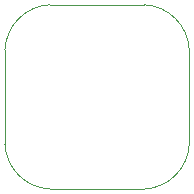
<source format=gko>
%TF.GenerationSoftware,KiCad,Pcbnew,4.0.7-e2-6376~58~ubuntu16.04.1*%
%TF.CreationDate,2017-09-07T09:08:13-07:00*%
%TF.ProjectId,2x2-LED-TH-2.54mm-Pitch,3278322D4C45442D54482D322E35346D,v1.3*%
%TF.FileFunction,Profile,NP*%
%FSLAX46Y46*%
G04 Gerber Fmt 4.6, Leading zero omitted, Abs format (unit mm)*
G04 Created by KiCad (PCBNEW 4.0.7-e2-6376~58~ubuntu16.04.1) date Thu Sep  7 09:08:13 2017*
%MOMM*%
%LPD*%
G01*
G04 APERTURE LIST*
%ADD10C,0.350000*%
%ADD11C,0.050000*%
G04 APERTURE END LIST*
D10*
D11*
X21013175Y-54442172D02*
G75*
G03X24816800Y-58232200I3999066J209764D01*
G01*
X36616800Y-46432200D02*
X36616800Y-54432200D01*
X24816800Y-42632200D02*
X32816800Y-42632200D01*
X24816800Y-58232200D02*
X32816800Y-58232200D01*
X21016800Y-46432200D02*
X21016800Y-54432200D01*
X32826772Y-58235825D02*
G75*
G03X36616800Y-54432200I-209764J3999066D01*
G01*
X24806828Y-42628575D02*
G75*
G03X21016800Y-46432200I209764J-3999066D01*
G01*
X36620425Y-46422228D02*
G75*
G03X32816800Y-42632200I-3999066J-209764D01*
G01*
M02*

</source>
